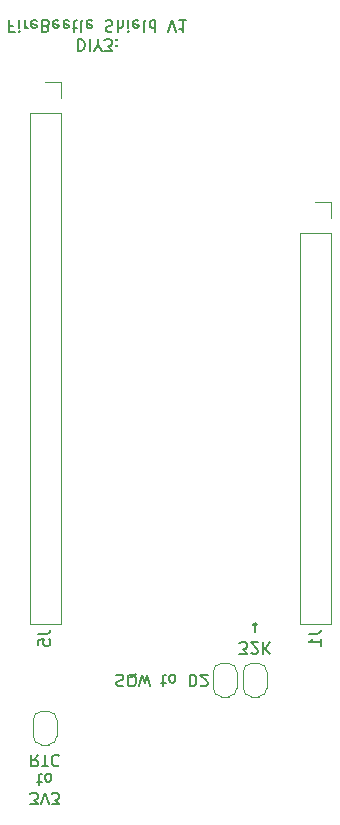
<source format=gbr>
%TF.GenerationSoftware,KiCad,Pcbnew,(6.0.2)*%
%TF.CreationDate,2022-04-15T20:49:01-04:00*%
%TF.ProjectId,firebeetle-shield,66697265-6265-4657-946c-652d73686965,rev?*%
%TF.SameCoordinates,Original*%
%TF.FileFunction,Legend,Bot*%
%TF.FilePolarity,Positive*%
%FSLAX46Y46*%
G04 Gerber Fmt 4.6, Leading zero omitted, Abs format (unit mm)*
G04 Created by KiCad (PCBNEW (6.0.2)) date 2022-04-15 20:49:01*
%MOMM*%
%LPD*%
G01*
G04 APERTURE LIST*
%ADD10C,0.150000*%
%ADD11C,0.120000*%
G04 APERTURE END LIST*
D10*
X120040476Y-154692619D02*
X120659523Y-154692619D01*
X120326190Y-154311666D01*
X120469047Y-154311666D01*
X120564285Y-154264047D01*
X120611904Y-154216428D01*
X120659523Y-154121190D01*
X120659523Y-153883095D01*
X120611904Y-153787857D01*
X120564285Y-153740238D01*
X120469047Y-153692619D01*
X120183333Y-153692619D01*
X120088095Y-153740238D01*
X120040476Y-153787857D01*
X121040476Y-154597380D02*
X121088095Y-154645000D01*
X121183333Y-154692619D01*
X121421428Y-154692619D01*
X121516666Y-154645000D01*
X121564285Y-154597380D01*
X121611904Y-154502142D01*
X121611904Y-154406904D01*
X121564285Y-154264047D01*
X120992857Y-153692619D01*
X121611904Y-153692619D01*
X122040476Y-153692619D02*
X122040476Y-154692619D01*
X122611904Y-153692619D02*
X122183333Y-154264047D01*
X122611904Y-154692619D02*
X122040476Y-154121190D01*
X121350000Y-152844523D02*
X121350000Y-152082619D01*
X121540476Y-152273095D02*
X121350000Y-152082619D01*
X121159523Y-152273095D01*
X106357142Y-102638619D02*
X106357142Y-103638619D01*
X106595238Y-103638619D01*
X106738095Y-103591000D01*
X106833333Y-103495761D01*
X106880952Y-103400523D01*
X106928571Y-103210047D01*
X106928571Y-103067190D01*
X106880952Y-102876714D01*
X106833333Y-102781476D01*
X106738095Y-102686238D01*
X106595238Y-102638619D01*
X106357142Y-102638619D01*
X107357142Y-102638619D02*
X107357142Y-103638619D01*
X108023809Y-103114809D02*
X108023809Y-102638619D01*
X107690476Y-103638619D02*
X108023809Y-103114809D01*
X108357142Y-103638619D01*
X108595238Y-103638619D02*
X109214285Y-103638619D01*
X108880952Y-103257666D01*
X109023809Y-103257666D01*
X109119047Y-103210047D01*
X109166666Y-103162428D01*
X109214285Y-103067190D01*
X109214285Y-102829095D01*
X109166666Y-102733857D01*
X109119047Y-102686238D01*
X109023809Y-102638619D01*
X108738095Y-102638619D01*
X108642857Y-102686238D01*
X108595238Y-102733857D01*
X109642857Y-102733857D02*
X109690476Y-102686238D01*
X109642857Y-102638619D01*
X109595238Y-102686238D01*
X109642857Y-102733857D01*
X109642857Y-102638619D01*
X109642857Y-103257666D02*
X109690476Y-103210047D01*
X109642857Y-103162428D01*
X109595238Y-103210047D01*
X109642857Y-103257666D01*
X109642857Y-103162428D01*
X100857142Y-101552428D02*
X100523809Y-101552428D01*
X100523809Y-101028619D02*
X100523809Y-102028619D01*
X101000000Y-102028619D01*
X101380952Y-101028619D02*
X101380952Y-101695285D01*
X101380952Y-102028619D02*
X101333333Y-101981000D01*
X101380952Y-101933380D01*
X101428571Y-101981000D01*
X101380952Y-102028619D01*
X101380952Y-101933380D01*
X101857142Y-101028619D02*
X101857142Y-101695285D01*
X101857142Y-101504809D02*
X101904761Y-101600047D01*
X101952380Y-101647666D01*
X102047619Y-101695285D01*
X102142857Y-101695285D01*
X102857142Y-101076238D02*
X102761904Y-101028619D01*
X102571428Y-101028619D01*
X102476190Y-101076238D01*
X102428571Y-101171476D01*
X102428571Y-101552428D01*
X102476190Y-101647666D01*
X102571428Y-101695285D01*
X102761904Y-101695285D01*
X102857142Y-101647666D01*
X102904761Y-101552428D01*
X102904761Y-101457190D01*
X102428571Y-101361952D01*
X103666666Y-101552428D02*
X103809523Y-101504809D01*
X103857142Y-101457190D01*
X103904761Y-101361952D01*
X103904761Y-101219095D01*
X103857142Y-101123857D01*
X103809523Y-101076238D01*
X103714285Y-101028619D01*
X103333333Y-101028619D01*
X103333333Y-102028619D01*
X103666666Y-102028619D01*
X103761904Y-101981000D01*
X103809523Y-101933380D01*
X103857142Y-101838142D01*
X103857142Y-101742904D01*
X103809523Y-101647666D01*
X103761904Y-101600047D01*
X103666666Y-101552428D01*
X103333333Y-101552428D01*
X104714285Y-101076238D02*
X104619047Y-101028619D01*
X104428571Y-101028619D01*
X104333333Y-101076238D01*
X104285714Y-101171476D01*
X104285714Y-101552428D01*
X104333333Y-101647666D01*
X104428571Y-101695285D01*
X104619047Y-101695285D01*
X104714285Y-101647666D01*
X104761904Y-101552428D01*
X104761904Y-101457190D01*
X104285714Y-101361952D01*
X105571428Y-101076238D02*
X105476190Y-101028619D01*
X105285714Y-101028619D01*
X105190476Y-101076238D01*
X105142857Y-101171476D01*
X105142857Y-101552428D01*
X105190476Y-101647666D01*
X105285714Y-101695285D01*
X105476190Y-101695285D01*
X105571428Y-101647666D01*
X105619047Y-101552428D01*
X105619047Y-101457190D01*
X105142857Y-101361952D01*
X105904761Y-101695285D02*
X106285714Y-101695285D01*
X106047619Y-102028619D02*
X106047619Y-101171476D01*
X106095238Y-101076238D01*
X106190476Y-101028619D01*
X106285714Y-101028619D01*
X106761904Y-101028619D02*
X106666666Y-101076238D01*
X106619047Y-101171476D01*
X106619047Y-102028619D01*
X107523809Y-101076238D02*
X107428571Y-101028619D01*
X107238095Y-101028619D01*
X107142857Y-101076238D01*
X107095238Y-101171476D01*
X107095238Y-101552428D01*
X107142857Y-101647666D01*
X107238095Y-101695285D01*
X107428571Y-101695285D01*
X107523809Y-101647666D01*
X107571428Y-101552428D01*
X107571428Y-101457190D01*
X107095238Y-101361952D01*
X108714285Y-101076238D02*
X108857142Y-101028619D01*
X109095238Y-101028619D01*
X109190476Y-101076238D01*
X109238095Y-101123857D01*
X109285714Y-101219095D01*
X109285714Y-101314333D01*
X109238095Y-101409571D01*
X109190476Y-101457190D01*
X109095238Y-101504809D01*
X108904761Y-101552428D01*
X108809523Y-101600047D01*
X108761904Y-101647666D01*
X108714285Y-101742904D01*
X108714285Y-101838142D01*
X108761904Y-101933380D01*
X108809523Y-101981000D01*
X108904761Y-102028619D01*
X109142857Y-102028619D01*
X109285714Y-101981000D01*
X109714285Y-101028619D02*
X109714285Y-102028619D01*
X110142857Y-101028619D02*
X110142857Y-101552428D01*
X110095238Y-101647666D01*
X110000000Y-101695285D01*
X109857142Y-101695285D01*
X109761904Y-101647666D01*
X109714285Y-101600047D01*
X110619047Y-101028619D02*
X110619047Y-101695285D01*
X110619047Y-102028619D02*
X110571428Y-101981000D01*
X110619047Y-101933380D01*
X110666666Y-101981000D01*
X110619047Y-102028619D01*
X110619047Y-101933380D01*
X111476190Y-101076238D02*
X111380952Y-101028619D01*
X111190476Y-101028619D01*
X111095238Y-101076238D01*
X111047619Y-101171476D01*
X111047619Y-101552428D01*
X111095238Y-101647666D01*
X111190476Y-101695285D01*
X111380952Y-101695285D01*
X111476190Y-101647666D01*
X111523809Y-101552428D01*
X111523809Y-101457190D01*
X111047619Y-101361952D01*
X112095238Y-101028619D02*
X112000000Y-101076238D01*
X111952380Y-101171476D01*
X111952380Y-102028619D01*
X112904761Y-101028619D02*
X112904761Y-102028619D01*
X112904761Y-101076238D02*
X112809523Y-101028619D01*
X112619047Y-101028619D01*
X112523809Y-101076238D01*
X112476190Y-101123857D01*
X112428571Y-101219095D01*
X112428571Y-101504809D01*
X112476190Y-101600047D01*
X112523809Y-101647666D01*
X112619047Y-101695285D01*
X112809523Y-101695285D01*
X112904761Y-101647666D01*
X114000000Y-102028619D02*
X114333333Y-101028619D01*
X114666666Y-102028619D01*
X115523809Y-101028619D02*
X114952380Y-101028619D01*
X115238095Y-101028619D02*
X115238095Y-102028619D01*
X115142857Y-101885761D01*
X115047619Y-101790523D01*
X114952380Y-101742904D01*
X102331904Y-167435619D02*
X102950952Y-167435619D01*
X102617619Y-167054666D01*
X102760476Y-167054666D01*
X102855714Y-167007047D01*
X102903333Y-166959428D01*
X102950952Y-166864190D01*
X102950952Y-166626095D01*
X102903333Y-166530857D01*
X102855714Y-166483238D01*
X102760476Y-166435619D01*
X102474761Y-166435619D01*
X102379523Y-166483238D01*
X102331904Y-166530857D01*
X103236666Y-167435619D02*
X103570000Y-166435619D01*
X103903333Y-167435619D01*
X104141428Y-167435619D02*
X104760476Y-167435619D01*
X104427142Y-167054666D01*
X104570000Y-167054666D01*
X104665238Y-167007047D01*
X104712857Y-166959428D01*
X104760476Y-166864190D01*
X104760476Y-166626095D01*
X104712857Y-166530857D01*
X104665238Y-166483238D01*
X104570000Y-166435619D01*
X104284285Y-166435619D01*
X104189047Y-166483238D01*
X104141428Y-166530857D01*
X102927142Y-165492285D02*
X103308095Y-165492285D01*
X103070000Y-165825619D02*
X103070000Y-164968476D01*
X103117619Y-164873238D01*
X103212857Y-164825619D01*
X103308095Y-164825619D01*
X103784285Y-164825619D02*
X103689047Y-164873238D01*
X103641428Y-164920857D01*
X103593809Y-165016095D01*
X103593809Y-165301809D01*
X103641428Y-165397047D01*
X103689047Y-165444666D01*
X103784285Y-165492285D01*
X103927142Y-165492285D01*
X104022380Y-165444666D01*
X104070000Y-165397047D01*
X104117619Y-165301809D01*
X104117619Y-165016095D01*
X104070000Y-164920857D01*
X104022380Y-164873238D01*
X103927142Y-164825619D01*
X103784285Y-164825619D01*
X102998571Y-163215619D02*
X102665238Y-163691809D01*
X102427142Y-163215619D02*
X102427142Y-164215619D01*
X102808095Y-164215619D01*
X102903333Y-164168000D01*
X102950952Y-164120380D01*
X102998571Y-164025142D01*
X102998571Y-163882285D01*
X102950952Y-163787047D01*
X102903333Y-163739428D01*
X102808095Y-163691809D01*
X102427142Y-163691809D01*
X103284285Y-164215619D02*
X103855714Y-164215619D01*
X103570000Y-163215619D02*
X103570000Y-164215619D01*
X104760476Y-163310857D02*
X104712857Y-163263238D01*
X104570000Y-163215619D01*
X104474761Y-163215619D01*
X104331904Y-163263238D01*
X104236666Y-163358476D01*
X104189047Y-163453714D01*
X104141428Y-163644190D01*
X104141428Y-163787047D01*
X104189047Y-163977523D01*
X104236666Y-164072761D01*
X104331904Y-164168000D01*
X104474761Y-164215619D01*
X104570000Y-164215619D01*
X104712857Y-164168000D01*
X104760476Y-164120380D01*
X109618857Y-156491238D02*
X109761714Y-156443619D01*
X109999809Y-156443619D01*
X110095047Y-156491238D01*
X110142666Y-156538857D01*
X110190285Y-156634095D01*
X110190285Y-156729333D01*
X110142666Y-156824571D01*
X110095047Y-156872190D01*
X109999809Y-156919809D01*
X109809333Y-156967428D01*
X109714095Y-157015047D01*
X109666476Y-157062666D01*
X109618857Y-157157904D01*
X109618857Y-157253142D01*
X109666476Y-157348380D01*
X109714095Y-157396000D01*
X109809333Y-157443619D01*
X110047428Y-157443619D01*
X110190285Y-157396000D01*
X111285523Y-156348380D02*
X111190285Y-156396000D01*
X111095047Y-156491238D01*
X110952190Y-156634095D01*
X110856952Y-156681714D01*
X110761714Y-156681714D01*
X110809333Y-156443619D02*
X110714095Y-156491238D01*
X110618857Y-156586476D01*
X110571238Y-156776952D01*
X110571238Y-157110285D01*
X110618857Y-157300761D01*
X110714095Y-157396000D01*
X110809333Y-157443619D01*
X110999809Y-157443619D01*
X111095047Y-157396000D01*
X111190285Y-157300761D01*
X111237904Y-157110285D01*
X111237904Y-156776952D01*
X111190285Y-156586476D01*
X111095047Y-156491238D01*
X110999809Y-156443619D01*
X110809333Y-156443619D01*
X111571238Y-157443619D02*
X111809333Y-156443619D01*
X111999809Y-157157904D01*
X112190285Y-156443619D01*
X112428380Y-157443619D01*
X113428380Y-157110285D02*
X113809333Y-157110285D01*
X113571238Y-157443619D02*
X113571238Y-156586476D01*
X113618857Y-156491238D01*
X113714095Y-156443619D01*
X113809333Y-156443619D01*
X114285523Y-156443619D02*
X114190285Y-156491238D01*
X114142666Y-156538857D01*
X114095047Y-156634095D01*
X114095047Y-156919809D01*
X114142666Y-157015047D01*
X114190285Y-157062666D01*
X114285523Y-157110285D01*
X114428380Y-157110285D01*
X114523619Y-157062666D01*
X114571238Y-157015047D01*
X114618857Y-156919809D01*
X114618857Y-156634095D01*
X114571238Y-156538857D01*
X114523619Y-156491238D01*
X114428380Y-156443619D01*
X114285523Y-156443619D01*
X115809333Y-156443619D02*
X115809333Y-157443619D01*
X116047428Y-157443619D01*
X116190285Y-157396000D01*
X116285523Y-157300761D01*
X116333142Y-157205523D01*
X116380761Y-157015047D01*
X116380761Y-156872190D01*
X116333142Y-156681714D01*
X116285523Y-156586476D01*
X116190285Y-156491238D01*
X116047428Y-156443619D01*
X115809333Y-156443619D01*
X116761714Y-157348380D02*
X116809333Y-157396000D01*
X116904571Y-157443619D01*
X117142666Y-157443619D01*
X117237904Y-157396000D01*
X117285523Y-157348380D01*
X117333142Y-157253142D01*
X117333142Y-157157904D01*
X117285523Y-157015047D01*
X116714095Y-156443619D01*
X117333142Y-156443619D01*
%TO.C,J1*%
X125907380Y-153006666D02*
X126621666Y-153006666D01*
X126764523Y-152959047D01*
X126859761Y-152863809D01*
X126907380Y-152720952D01*
X126907380Y-152625714D01*
X126907380Y-154006666D02*
X126907380Y-153435238D01*
X126907380Y-153720952D02*
X125907380Y-153720952D01*
X126050238Y-153625714D01*
X126145476Y-153530476D01*
X126193095Y-153435238D01*
%TO.C,J5*%
X103022380Y-153006666D02*
X103736666Y-153006666D01*
X103879523Y-152959047D01*
X103974761Y-152863809D01*
X104022380Y-152720952D01*
X104022380Y-152625714D01*
X103022380Y-153959047D02*
X103022380Y-153482857D01*
X103498571Y-153435238D01*
X103450952Y-153482857D01*
X103403333Y-153578095D01*
X103403333Y-153816190D01*
X103450952Y-153911428D01*
X103498571Y-153959047D01*
X103593809Y-154006666D01*
X103831904Y-154006666D01*
X103927142Y-153959047D01*
X103974761Y-153911428D01*
X104022380Y-153816190D01*
X104022380Y-153578095D01*
X103974761Y-153482857D01*
X103927142Y-153435238D01*
D11*
%TO.C,J1*%
X127785000Y-119060000D02*
X127785000Y-152140000D01*
X125125000Y-119060000D02*
X125125000Y-152140000D01*
X127785000Y-116460000D02*
X126455000Y-116460000D01*
X127785000Y-117790000D02*
X127785000Y-116460000D01*
X127785000Y-152140000D02*
X125125000Y-152140000D01*
X127785000Y-119060000D02*
X125125000Y-119060000D01*
%TO.C,J5*%
X102265000Y-108900000D02*
X102265000Y-152140000D01*
X104925000Y-152140000D02*
X102265000Y-152140000D01*
X104925000Y-107630000D02*
X104925000Y-106300000D01*
X104925000Y-106300000D02*
X103595000Y-106300000D01*
X104925000Y-108900000D02*
X104925000Y-152140000D01*
X104925000Y-108900000D02*
X102265000Y-108900000D01*
%TO.C,JP2*%
X119810000Y-156196000D02*
G75*
G03*
X119110000Y-155496000I-699999J1D01*
G01*
X118510000Y-155496000D02*
G75*
G03*
X117810000Y-156196000I-1J-699999D01*
G01*
X117810000Y-157596000D02*
G75*
G03*
X118510000Y-158296000I699999J-1D01*
G01*
X119110000Y-158296000D02*
G75*
G03*
X119810000Y-157596000I1J699999D01*
G01*
X119110000Y-155496000D02*
X118510000Y-155496000D01*
X118510000Y-158296000D02*
X119110000Y-158296000D01*
X119810000Y-157596000D02*
X119810000Y-156196000D01*
X117810000Y-156196000D02*
X117810000Y-157596000D01*
%TO.C,JP1*%
X120350000Y-156196000D02*
X120350000Y-157596000D01*
X122350000Y-157596000D02*
X122350000Y-156196000D01*
X121050000Y-158296000D02*
X121650000Y-158296000D01*
X121650000Y-155496000D02*
X121050000Y-155496000D01*
X121650000Y-158296000D02*
G75*
G03*
X122350000Y-157596000I1J699999D01*
G01*
X120350000Y-157596000D02*
G75*
G03*
X121050000Y-158296000I699999J-1D01*
G01*
X121050000Y-155496000D02*
G75*
G03*
X120350000Y-156196000I-1J-699999D01*
G01*
X122350000Y-156196000D02*
G75*
G03*
X121650000Y-155496000I-699999J1D01*
G01*
%TO.C,JP3*%
X103870000Y-159560000D02*
X103270000Y-159560000D01*
X104570000Y-161660000D02*
X104570000Y-160260000D01*
X102570000Y-160260000D02*
X102570000Y-161660000D01*
X103270000Y-162360000D02*
X103870000Y-162360000D01*
X102570000Y-161660000D02*
G75*
G03*
X103270000Y-162360000I699999J-1D01*
G01*
X104570000Y-160260000D02*
G75*
G03*
X103870000Y-159560000I-699999J1D01*
G01*
X103870000Y-162360000D02*
G75*
G03*
X104570000Y-161660000I1J699999D01*
G01*
X103270000Y-159560000D02*
G75*
G03*
X102570000Y-160260000I-1J-699999D01*
G01*
%TD*%
M02*

</source>
